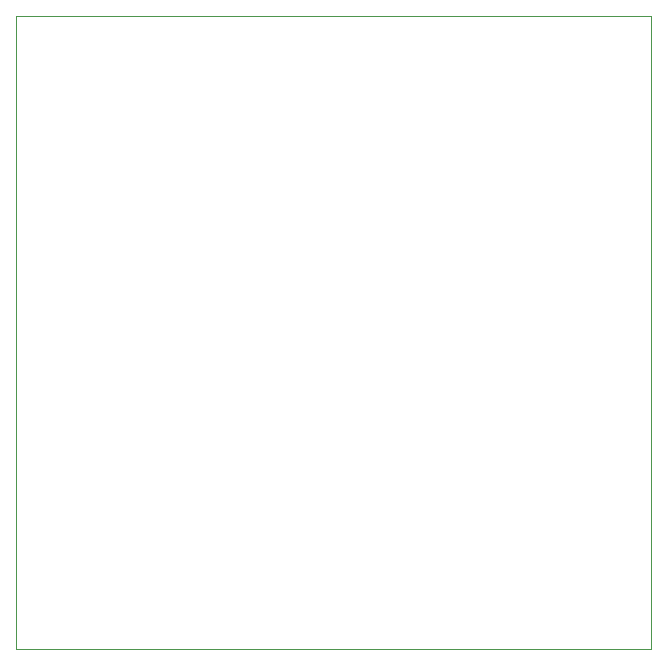
<source format=gbr>
%TF.GenerationSoftware,KiCad,Pcbnew,8.0.5*%
%TF.CreationDate,2025-03-07T15:27:06-05:00*%
%TF.ProjectId,TrainTrackerTest,54726169-6e54-4726-9163-6b6572546573,rev?*%
%TF.SameCoordinates,Original*%
%TF.FileFunction,Profile,NP*%
%FSLAX46Y46*%
G04 Gerber Fmt 4.6, Leading zero omitted, Abs format (unit mm)*
G04 Created by KiCad (PCBNEW 8.0.5) date 2025-03-07 15:27:06*
%MOMM*%
%LPD*%
G01*
G04 APERTURE LIST*
%TA.AperFunction,Profile*%
%ADD10C,0.050000*%
%TD*%
G04 APERTURE END LIST*
D10*
X67870000Y-51360000D02*
X121620000Y-51360000D01*
X121620000Y-104978200D01*
X67870000Y-104978200D01*
X67870000Y-51360000D01*
M02*

</source>
